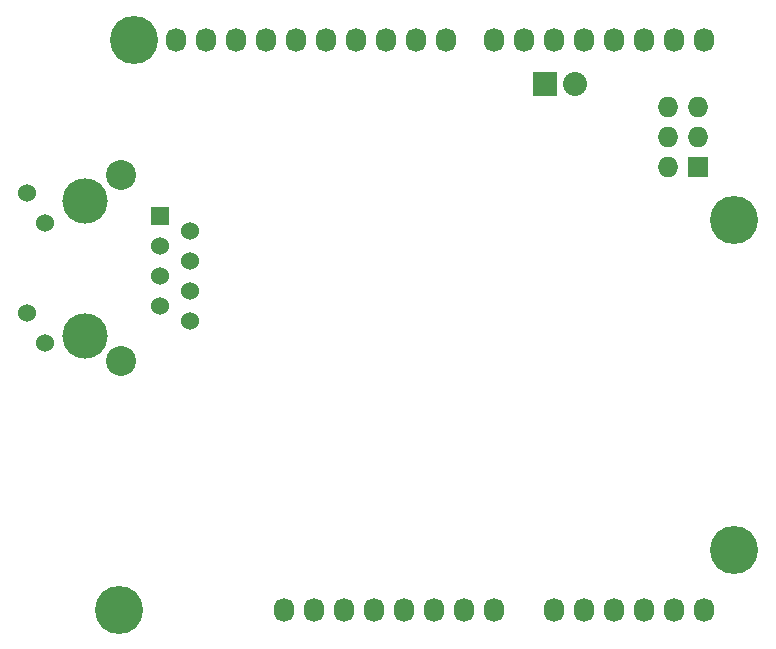
<source format=gbr>
G04 #@! TF.FileFunction,Soldermask,Bot*
%FSLAX46Y46*%
G04 Gerber Fmt 4.6, Leading zero omitted, Abs format (unit mm)*
G04 Created by KiCad (PCBNEW (2015-08-20 BZR 6109, Git 2605ab0)-product) date Sat 10 Oct 2015 06:29:31 PM EDT*
%MOMM*%
G01*
G04 APERTURE LIST*
%ADD10C,0.100000*%
%ADD11O,1.727200X2.032000*%
%ADD12C,4.064000*%
%ADD13C,3.850640*%
%ADD14R,1.524000X1.524000*%
%ADD15C,1.524000*%
%ADD16C,2.540000*%
%ADD17R,1.727200X1.727200*%
%ADD18O,1.727200X1.727200*%
%ADD19R,2.032000X2.032000*%
%ADD20O,2.032000X2.032000*%
G04 APERTURE END LIST*
D10*
D11*
X27940000Y2540000D03*
X30480000Y2540000D03*
X33020000Y2540000D03*
X35560000Y2540000D03*
X38100000Y2540000D03*
X40640000Y2540000D03*
X43180000Y2540000D03*
X45720000Y2540000D03*
X50800000Y2540000D03*
X53340000Y2540000D03*
X55880000Y2540000D03*
X58420000Y2540000D03*
X60960000Y2540000D03*
X63500000Y2540000D03*
X18796000Y50800000D03*
X21336000Y50800000D03*
X23876000Y50800000D03*
X26416000Y50800000D03*
X28956000Y50800000D03*
X31496000Y50800000D03*
X34036000Y50800000D03*
X36576000Y50800000D03*
X39116000Y50800000D03*
X41656000Y50800000D03*
X45720000Y50800000D03*
X48260000Y50800000D03*
X50800000Y50800000D03*
X53340000Y50800000D03*
X55880000Y50800000D03*
X58420000Y50800000D03*
X60960000Y50800000D03*
X63500000Y50800000D03*
D12*
X13970000Y2540000D03*
X66040000Y7620000D03*
X15240000Y50800000D03*
X66040000Y35560000D03*
D13*
X11110000Y25730000D03*
X11110000Y37160000D03*
D14*
X17460000Y35890000D03*
D15*
X20000000Y34620000D03*
X17460000Y33350000D03*
X20000000Y32080000D03*
X17460000Y30810000D03*
X20000000Y29540000D03*
X17460000Y28270000D03*
D16*
X14158000Y23571000D03*
X14158000Y39319000D03*
D15*
X6207800Y27660400D03*
X6207800Y37769600D03*
X7731800Y25120400D03*
X7731800Y35229600D03*
X20000000Y27000000D03*
D17*
X63000000Y40000000D03*
D18*
X60460000Y40000000D03*
X63000000Y42540000D03*
X60460000Y42540000D03*
X63000000Y45080000D03*
X60460000Y45080000D03*
D19*
X50000000Y47000000D03*
D20*
X52540000Y47000000D03*
M02*

</source>
